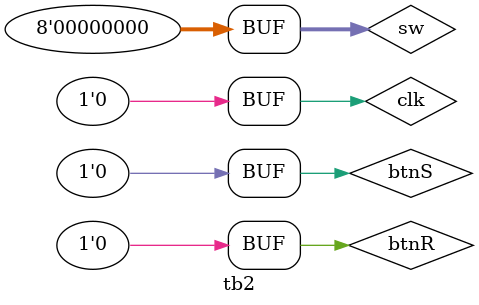
<source format=v>
`timescale 1ns / 1ps


module tb2;

	// Inputs
	reg [7:0] sw;
	reg btnS;
	reg btnR;
	reg clk;

	// Outputs
	wire [7:0] led;
	wire [7:0] seg;
	wire [3:0] an;

	// Instantiate the Unit Under Test (UUT)
	nexys3 uut (
		.led(led), 
		.seg(seg), 
		.an(an), 
		.sw(sw), 
		.btnS(btnS), 
		.btnR(btnR), 
		.clk(clk)
	);

	initial begin
		// Initialize Inputs
		sw = 0;
		btnS = 0;
		btnR = 0;
		clk = 0;

		// Wait 100 ns for global reset to finish
		#100;
        
		// Add stimulus here

	end
      
endmodule


</source>
